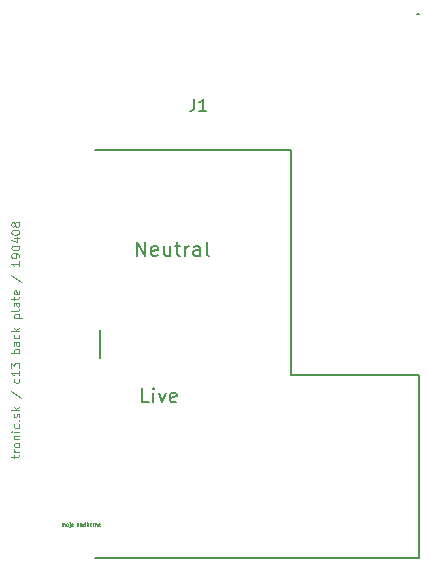
<source format=gto>
G04 #@! TF.FileFunction,Legend,Top*
%FSLAX46Y46*%
G04 Gerber Fmt 4.6, Leading zero omitted, Abs format (unit mm)*
G04 Created by KiCad (PCBNEW 4.0.7) date 04/08/19 10:03:47*
%MOMM*%
%LPD*%
G01*
G04 APERTURE LIST*
%ADD10C,0.100000*%
%ADD11C,0.200000*%
%ADD12C,0.050000*%
%ADD13C,0.150000*%
G04 APERTURE END LIST*
D10*
D11*
X200050772Y-66811457D02*
X200050772Y-65611457D01*
X200736487Y-66811457D01*
X200736487Y-65611457D01*
X201765058Y-66754314D02*
X201650772Y-66811457D01*
X201422201Y-66811457D01*
X201307915Y-66754314D01*
X201250772Y-66640029D01*
X201250772Y-66182886D01*
X201307915Y-66068600D01*
X201422201Y-66011457D01*
X201650772Y-66011457D01*
X201765058Y-66068600D01*
X201822201Y-66182886D01*
X201822201Y-66297171D01*
X201250772Y-66411457D01*
X202850772Y-66011457D02*
X202850772Y-66811457D01*
X202336486Y-66011457D02*
X202336486Y-66640029D01*
X202393629Y-66754314D01*
X202507915Y-66811457D01*
X202679343Y-66811457D01*
X202793629Y-66754314D01*
X202850772Y-66697171D01*
X203250772Y-66011457D02*
X203707915Y-66011457D01*
X203422200Y-65611457D02*
X203422200Y-66640029D01*
X203479343Y-66754314D01*
X203593629Y-66811457D01*
X203707915Y-66811457D01*
X204107914Y-66811457D02*
X204107914Y-66011457D01*
X204107914Y-66240029D02*
X204165057Y-66125743D01*
X204222200Y-66068600D01*
X204336486Y-66011457D01*
X204450771Y-66011457D01*
X205365057Y-66811457D02*
X205365057Y-66182886D01*
X205307914Y-66068600D01*
X205193628Y-66011457D01*
X204965057Y-66011457D01*
X204850771Y-66068600D01*
X205365057Y-66754314D02*
X205250771Y-66811457D01*
X204965057Y-66811457D01*
X204850771Y-66754314D01*
X204793628Y-66640029D01*
X204793628Y-66525743D01*
X204850771Y-66411457D01*
X204965057Y-66354314D01*
X205250771Y-66354314D01*
X205365057Y-66297171D01*
X206107914Y-66811457D02*
X205993628Y-66754314D01*
X205936485Y-66640029D01*
X205936485Y-65611457D01*
X201018886Y-79206657D02*
X200447457Y-79206657D01*
X200447457Y-78006657D01*
X201418886Y-79206657D02*
X201418886Y-78406657D01*
X201418886Y-78006657D02*
X201361743Y-78063800D01*
X201418886Y-78120943D01*
X201476029Y-78063800D01*
X201418886Y-78006657D01*
X201418886Y-78120943D01*
X201876030Y-78406657D02*
X202161744Y-79206657D01*
X202447458Y-78406657D01*
X203361744Y-79149514D02*
X203247458Y-79206657D01*
X203018887Y-79206657D01*
X202904601Y-79149514D01*
X202847458Y-79035229D01*
X202847458Y-78578086D01*
X202904601Y-78463800D01*
X203018887Y-78406657D01*
X203247458Y-78406657D01*
X203361744Y-78463800D01*
X203418887Y-78578086D01*
X203418887Y-78692371D01*
X202847458Y-78806657D01*
D12*
X193642657Y-89670714D02*
X193642657Y-89470714D01*
X193642657Y-89499286D02*
X193656942Y-89485000D01*
X193685514Y-89470714D01*
X193728371Y-89470714D01*
X193756942Y-89485000D01*
X193771228Y-89513571D01*
X193771228Y-89670714D01*
X193771228Y-89513571D02*
X193785514Y-89485000D01*
X193814085Y-89470714D01*
X193856942Y-89470714D01*
X193885514Y-89485000D01*
X193899799Y-89513571D01*
X193899799Y-89670714D01*
X194085514Y-89670714D02*
X194056942Y-89656429D01*
X194042657Y-89642143D01*
X194028371Y-89613571D01*
X194028371Y-89527857D01*
X194042657Y-89499286D01*
X194056942Y-89485000D01*
X194085514Y-89470714D01*
X194128371Y-89470714D01*
X194156942Y-89485000D01*
X194171228Y-89499286D01*
X194185514Y-89527857D01*
X194185514Y-89613571D01*
X194171228Y-89642143D01*
X194156942Y-89656429D01*
X194128371Y-89670714D01*
X194085514Y-89670714D01*
X194314086Y-89470714D02*
X194314086Y-89727857D01*
X194299800Y-89756429D01*
X194271228Y-89770714D01*
X194256943Y-89770714D01*
X194314086Y-89370714D02*
X194299800Y-89385000D01*
X194314086Y-89399286D01*
X194328371Y-89385000D01*
X194314086Y-89370714D01*
X194314086Y-89399286D01*
X194571228Y-89656429D02*
X194542657Y-89670714D01*
X194485514Y-89670714D01*
X194456943Y-89656429D01*
X194442657Y-89627857D01*
X194442657Y-89513571D01*
X194456943Y-89485000D01*
X194485514Y-89470714D01*
X194542657Y-89470714D01*
X194571228Y-89485000D01*
X194585514Y-89513571D01*
X194585514Y-89542143D01*
X194442657Y-89570714D01*
X194942657Y-89470714D02*
X194942657Y-89670714D01*
X194942657Y-89499286D02*
X194956942Y-89485000D01*
X194985514Y-89470714D01*
X195028371Y-89470714D01*
X195056942Y-89485000D01*
X195071228Y-89513571D01*
X195071228Y-89670714D01*
X195342657Y-89670714D02*
X195342657Y-89513571D01*
X195328371Y-89485000D01*
X195299800Y-89470714D01*
X195242657Y-89470714D01*
X195214086Y-89485000D01*
X195342657Y-89656429D02*
X195314086Y-89670714D01*
X195242657Y-89670714D01*
X195214086Y-89656429D01*
X195199800Y-89627857D01*
X195199800Y-89599286D01*
X195214086Y-89570714D01*
X195242657Y-89556429D01*
X195314086Y-89556429D01*
X195342657Y-89542143D01*
X195614086Y-89670714D02*
X195614086Y-89370714D01*
X195614086Y-89656429D02*
X195585515Y-89670714D01*
X195528372Y-89670714D01*
X195499800Y-89656429D01*
X195485515Y-89642143D01*
X195471229Y-89613571D01*
X195471229Y-89527857D01*
X195485515Y-89499286D01*
X195499800Y-89485000D01*
X195528372Y-89470714D01*
X195585515Y-89470714D01*
X195614086Y-89485000D01*
X195756944Y-89670714D02*
X195756944Y-89370714D01*
X195885515Y-89670714D02*
X195885515Y-89513571D01*
X195871229Y-89485000D01*
X195842658Y-89470714D01*
X195799801Y-89470714D01*
X195771229Y-89485000D01*
X195756944Y-89499286D01*
X196142658Y-89656429D02*
X196114087Y-89670714D01*
X196056944Y-89670714D01*
X196028373Y-89656429D01*
X196014087Y-89627857D01*
X196014087Y-89513571D01*
X196028373Y-89485000D01*
X196056944Y-89470714D01*
X196114087Y-89470714D01*
X196142658Y-89485000D01*
X196156944Y-89513571D01*
X196156944Y-89542143D01*
X196014087Y-89570714D01*
X196285516Y-89670714D02*
X196285516Y-89470714D01*
X196285516Y-89527857D02*
X196299801Y-89499286D01*
X196314087Y-89485000D01*
X196342658Y-89470714D01*
X196371230Y-89470714D01*
X196471230Y-89470714D02*
X196471230Y-89670714D01*
X196471230Y-89499286D02*
X196485515Y-89485000D01*
X196514087Y-89470714D01*
X196556944Y-89470714D01*
X196585515Y-89485000D01*
X196599801Y-89513571D01*
X196599801Y-89670714D01*
X196856944Y-89656429D02*
X196828373Y-89670714D01*
X196771230Y-89670714D01*
X196742659Y-89656429D01*
X196728373Y-89627857D01*
X196728373Y-89513571D01*
X196742659Y-89485000D01*
X196771230Y-89470714D01*
X196828373Y-89470714D01*
X196856944Y-89485000D01*
X196871230Y-89513571D01*
X196871230Y-89542143D01*
X196728373Y-89570714D01*
D10*
X189613400Y-83905265D02*
X189613400Y-83638599D01*
X189380067Y-83805265D02*
X189980067Y-83805265D01*
X190046733Y-83771932D01*
X190080067Y-83705265D01*
X190080067Y-83638599D01*
X190080067Y-83405265D02*
X189613400Y-83405265D01*
X189746733Y-83405265D02*
X189680067Y-83371932D01*
X189646733Y-83338599D01*
X189613400Y-83271932D01*
X189613400Y-83205265D01*
X190080067Y-82871932D02*
X190046733Y-82938599D01*
X190013400Y-82971932D01*
X189946733Y-83005266D01*
X189746733Y-83005266D01*
X189680067Y-82971932D01*
X189646733Y-82938599D01*
X189613400Y-82871932D01*
X189613400Y-82771932D01*
X189646733Y-82705266D01*
X189680067Y-82671932D01*
X189746733Y-82638599D01*
X189946733Y-82638599D01*
X190013400Y-82671932D01*
X190046733Y-82705266D01*
X190080067Y-82771932D01*
X190080067Y-82871932D01*
X189613400Y-82338599D02*
X190080067Y-82338599D01*
X189680067Y-82338599D02*
X189646733Y-82305266D01*
X189613400Y-82238599D01*
X189613400Y-82138599D01*
X189646733Y-82071933D01*
X189713400Y-82038599D01*
X190080067Y-82038599D01*
X190080067Y-81705266D02*
X189613400Y-81705266D01*
X189380067Y-81705266D02*
X189413400Y-81738600D01*
X189446733Y-81705266D01*
X189413400Y-81671933D01*
X189380067Y-81705266D01*
X189446733Y-81705266D01*
X190046733Y-81071933D02*
X190080067Y-81138600D01*
X190080067Y-81271933D01*
X190046733Y-81338600D01*
X190013400Y-81371933D01*
X189946733Y-81405267D01*
X189746733Y-81405267D01*
X189680067Y-81371933D01*
X189646733Y-81338600D01*
X189613400Y-81271933D01*
X189613400Y-81138600D01*
X189646733Y-81071933D01*
X190013400Y-80771933D02*
X190046733Y-80738600D01*
X190080067Y-80771933D01*
X190046733Y-80805267D01*
X190013400Y-80771933D01*
X190080067Y-80771933D01*
X190046733Y-80471934D02*
X190080067Y-80405267D01*
X190080067Y-80271934D01*
X190046733Y-80205267D01*
X189980067Y-80171934D01*
X189946733Y-80171934D01*
X189880067Y-80205267D01*
X189846733Y-80271934D01*
X189846733Y-80371934D01*
X189813400Y-80438600D01*
X189746733Y-80471934D01*
X189713400Y-80471934D01*
X189646733Y-80438600D01*
X189613400Y-80371934D01*
X189613400Y-80271934D01*
X189646733Y-80205267D01*
X190080067Y-79871933D02*
X189380067Y-79871933D01*
X189813400Y-79805267D02*
X190080067Y-79605267D01*
X189613400Y-79605267D02*
X189880067Y-79871933D01*
X189346733Y-78271933D02*
X190246733Y-78871933D01*
X190046733Y-77205267D02*
X190080067Y-77271934D01*
X190080067Y-77405267D01*
X190046733Y-77471934D01*
X190013400Y-77505267D01*
X189946733Y-77538601D01*
X189746733Y-77538601D01*
X189680067Y-77505267D01*
X189646733Y-77471934D01*
X189613400Y-77405267D01*
X189613400Y-77271934D01*
X189646733Y-77205267D01*
X190080067Y-76538601D02*
X190080067Y-76938601D01*
X190080067Y-76738601D02*
X189380067Y-76738601D01*
X189480067Y-76805267D01*
X189546733Y-76871934D01*
X189580067Y-76938601D01*
X189380067Y-76305267D02*
X189380067Y-75871934D01*
X189646733Y-76105267D01*
X189646733Y-76005267D01*
X189680067Y-75938600D01*
X189713400Y-75905267D01*
X189780067Y-75871934D01*
X189946733Y-75871934D01*
X190013400Y-75905267D01*
X190046733Y-75938600D01*
X190080067Y-76005267D01*
X190080067Y-76205267D01*
X190046733Y-76271934D01*
X190013400Y-76305267D01*
X190080067Y-75038600D02*
X189380067Y-75038600D01*
X189646733Y-75038600D02*
X189613400Y-74971934D01*
X189613400Y-74838600D01*
X189646733Y-74771934D01*
X189680067Y-74738600D01*
X189746733Y-74705267D01*
X189946733Y-74705267D01*
X190013400Y-74738600D01*
X190046733Y-74771934D01*
X190080067Y-74838600D01*
X190080067Y-74971934D01*
X190046733Y-75038600D01*
X190080067Y-74105267D02*
X189713400Y-74105267D01*
X189646733Y-74138601D01*
X189613400Y-74205267D01*
X189613400Y-74338601D01*
X189646733Y-74405267D01*
X190046733Y-74105267D02*
X190080067Y-74171934D01*
X190080067Y-74338601D01*
X190046733Y-74405267D01*
X189980067Y-74438601D01*
X189913400Y-74438601D01*
X189846733Y-74405267D01*
X189813400Y-74338601D01*
X189813400Y-74171934D01*
X189780067Y-74105267D01*
X190046733Y-73471934D02*
X190080067Y-73538601D01*
X190080067Y-73671934D01*
X190046733Y-73738601D01*
X190013400Y-73771934D01*
X189946733Y-73805268D01*
X189746733Y-73805268D01*
X189680067Y-73771934D01*
X189646733Y-73738601D01*
X189613400Y-73671934D01*
X189613400Y-73538601D01*
X189646733Y-73471934D01*
X190080067Y-73171934D02*
X189380067Y-73171934D01*
X189813400Y-73105268D02*
X190080067Y-72905268D01*
X189613400Y-72905268D02*
X189880067Y-73171934D01*
X189613400Y-72071934D02*
X190313400Y-72071934D01*
X189646733Y-72071934D02*
X189613400Y-72005268D01*
X189613400Y-71871934D01*
X189646733Y-71805268D01*
X189680067Y-71771934D01*
X189746733Y-71738601D01*
X189946733Y-71738601D01*
X190013400Y-71771934D01*
X190046733Y-71805268D01*
X190080067Y-71871934D01*
X190080067Y-72005268D01*
X190046733Y-72071934D01*
X190080067Y-71338601D02*
X190046733Y-71405268D01*
X189980067Y-71438601D01*
X189380067Y-71438601D01*
X190080067Y-70771934D02*
X189713400Y-70771934D01*
X189646733Y-70805268D01*
X189613400Y-70871934D01*
X189613400Y-71005268D01*
X189646733Y-71071934D01*
X190046733Y-70771934D02*
X190080067Y-70838601D01*
X190080067Y-71005268D01*
X190046733Y-71071934D01*
X189980067Y-71105268D01*
X189913400Y-71105268D01*
X189846733Y-71071934D01*
X189813400Y-71005268D01*
X189813400Y-70838601D01*
X189780067Y-70771934D01*
X189613400Y-70538601D02*
X189613400Y-70271935D01*
X189380067Y-70438601D02*
X189980067Y-70438601D01*
X190046733Y-70405268D01*
X190080067Y-70338601D01*
X190080067Y-70271935D01*
X190046733Y-69771935D02*
X190080067Y-69838601D01*
X190080067Y-69971935D01*
X190046733Y-70038601D01*
X189980067Y-70071935D01*
X189713400Y-70071935D01*
X189646733Y-70038601D01*
X189613400Y-69971935D01*
X189613400Y-69838601D01*
X189646733Y-69771935D01*
X189713400Y-69738601D01*
X189780067Y-69738601D01*
X189846733Y-70071935D01*
X189346733Y-68405268D02*
X190246733Y-69005268D01*
X190080067Y-67271936D02*
X190080067Y-67671936D01*
X190080067Y-67471936D02*
X189380067Y-67471936D01*
X189480067Y-67538602D01*
X189546733Y-67605269D01*
X189580067Y-67671936D01*
X190080067Y-66938602D02*
X190080067Y-66805269D01*
X190046733Y-66738602D01*
X190013400Y-66705269D01*
X189913400Y-66638602D01*
X189780067Y-66605269D01*
X189513400Y-66605269D01*
X189446733Y-66638602D01*
X189413400Y-66671935D01*
X189380067Y-66738602D01*
X189380067Y-66871935D01*
X189413400Y-66938602D01*
X189446733Y-66971935D01*
X189513400Y-67005269D01*
X189680067Y-67005269D01*
X189746733Y-66971935D01*
X189780067Y-66938602D01*
X189813400Y-66871935D01*
X189813400Y-66738602D01*
X189780067Y-66671935D01*
X189746733Y-66638602D01*
X189680067Y-66605269D01*
X189380067Y-66171935D02*
X189380067Y-66105268D01*
X189413400Y-66038602D01*
X189446733Y-66005268D01*
X189513400Y-65971935D01*
X189646733Y-65938602D01*
X189813400Y-65938602D01*
X189946733Y-65971935D01*
X190013400Y-66005268D01*
X190046733Y-66038602D01*
X190080067Y-66105268D01*
X190080067Y-66171935D01*
X190046733Y-66238602D01*
X190013400Y-66271935D01*
X189946733Y-66305268D01*
X189813400Y-66338602D01*
X189646733Y-66338602D01*
X189513400Y-66305268D01*
X189446733Y-66271935D01*
X189413400Y-66238602D01*
X189380067Y-66171935D01*
X189613400Y-65338601D02*
X190080067Y-65338601D01*
X189346733Y-65505268D02*
X189846733Y-65671935D01*
X189846733Y-65238601D01*
X189380067Y-64838601D02*
X189380067Y-64771934D01*
X189413400Y-64705268D01*
X189446733Y-64671934D01*
X189513400Y-64638601D01*
X189646733Y-64605268D01*
X189813400Y-64605268D01*
X189946733Y-64638601D01*
X190013400Y-64671934D01*
X190046733Y-64705268D01*
X190080067Y-64771934D01*
X190080067Y-64838601D01*
X190046733Y-64905268D01*
X190013400Y-64938601D01*
X189946733Y-64971934D01*
X189813400Y-65005268D01*
X189646733Y-65005268D01*
X189513400Y-64971934D01*
X189446733Y-64938601D01*
X189413400Y-64905268D01*
X189380067Y-64838601D01*
X189680067Y-64205267D02*
X189646733Y-64271934D01*
X189613400Y-64305267D01*
X189546733Y-64338601D01*
X189513400Y-64338601D01*
X189446733Y-64305267D01*
X189413400Y-64271934D01*
X189380067Y-64205267D01*
X189380067Y-64071934D01*
X189413400Y-64005267D01*
X189446733Y-63971934D01*
X189513400Y-63938601D01*
X189546733Y-63938601D01*
X189613400Y-63971934D01*
X189646733Y-64005267D01*
X189680067Y-64071934D01*
X189680067Y-64205267D01*
X189713400Y-64271934D01*
X189746733Y-64305267D01*
X189813400Y-64338601D01*
X189946733Y-64338601D01*
X190013400Y-64305267D01*
X190046733Y-64271934D01*
X190080067Y-64205267D01*
X190080067Y-64071934D01*
X190046733Y-64005267D01*
X190013400Y-63971934D01*
X189946733Y-63938601D01*
X189813400Y-63938601D01*
X189746733Y-63971934D01*
X189713400Y-64005267D01*
X189680067Y-64071934D01*
D13*
X223901000Y-76936600D02*
X223901000Y-92430600D01*
X223901000Y-92430600D02*
X196469000Y-92430600D01*
X213029800Y-57886600D02*
X213029800Y-76936600D01*
X213029800Y-76936600D02*
X223901000Y-76936600D01*
X204089000Y-57886600D02*
X196469000Y-57886600D01*
X196469000Y-57886600D02*
X213029800Y-57886600D01*
X196926200Y-73075800D02*
X196926200Y-75463400D01*
X223748600Y-46355000D02*
X223901000Y-46355000D01*
X204873267Y-53528981D02*
X204873267Y-54243267D01*
X204825647Y-54386124D01*
X204730409Y-54481362D01*
X204587552Y-54528981D01*
X204492314Y-54528981D01*
X205873267Y-54528981D02*
X205301838Y-54528981D01*
X205587552Y-54528981D02*
X205587552Y-53528981D01*
X205492314Y-53671838D01*
X205397076Y-53767076D01*
X205301838Y-53814695D01*
M02*

</source>
